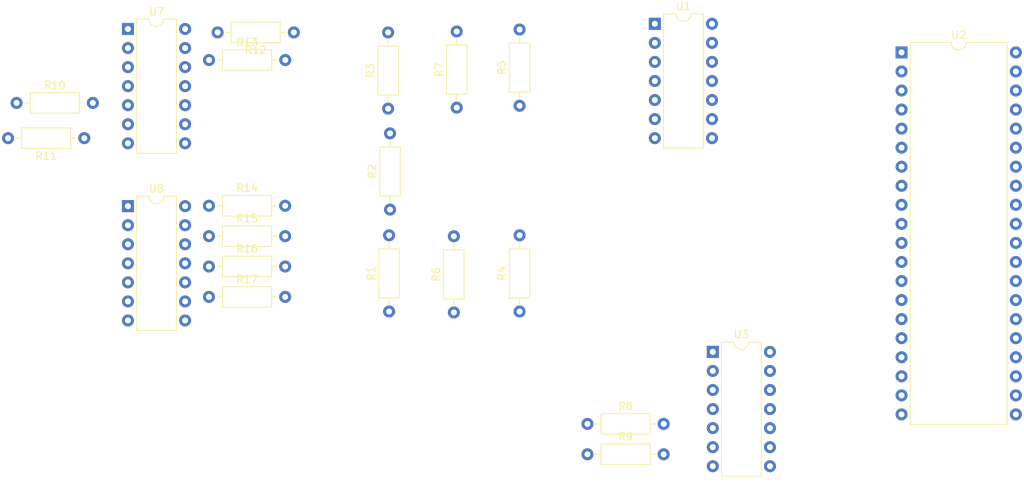
<source format=kicad_pcb>
(kicad_pcb (version 20171130) (host pcbnew "(5.1.0-rc2-4-g73f0b3087)")

  (general
    (thickness 1.6)
    (drawings 0)
    (tracks 0)
    (zones 0)
    (modules 22)
    (nets 54)
  )

  (page A4)
  (layers
    (0 F.Cu signal)
    (31 B.Cu signal)
    (32 B.Adhes user)
    (33 F.Adhes user)
    (34 B.Paste user)
    (35 F.Paste user)
    (36 B.SilkS user)
    (37 F.SilkS user)
    (38 B.Mask user)
    (39 F.Mask user)
    (40 Dwgs.User user)
    (41 Cmts.User user)
    (42 Eco1.User user)
    (43 Eco2.User user)
    (44 Edge.Cuts user)
    (45 Margin user)
    (46 B.CrtYd user)
    (47 F.CrtYd user)
    (48 B.Fab user)
    (49 F.Fab user)
  )

  (setup
    (last_trace_width 0.25)
    (trace_clearance 0.2)
    (zone_clearance 0.508)
    (zone_45_only no)
    (trace_min 0.2)
    (via_size 0.8)
    (via_drill 0.4)
    (via_min_size 0.4)
    (via_min_drill 0.3)
    (uvia_size 0.3)
    (uvia_drill 0.1)
    (uvias_allowed no)
    (uvia_min_size 0.2)
    (uvia_min_drill 0.1)
    (edge_width 0.15)
    (segment_width 0.2)
    (pcb_text_width 0.3)
    (pcb_text_size 1.5 1.5)
    (mod_edge_width 0.15)
    (mod_text_size 1 1)
    (mod_text_width 0.15)
    (pad_size 1.524 1.524)
    (pad_drill 0.762)
    (pad_to_mask_clearance 0.2)
    (aux_axis_origin 0 0)
    (visible_elements 7FFFFFFF)
    (pcbplotparams
      (layerselection 0x010fc_ffffffff)
      (usegerberextensions false)
      (usegerberattributes false)
      (usegerberadvancedattributes false)
      (creategerberjobfile false)
      (excludeedgelayer true)
      (linewidth 0.100000)
      (plotframeref false)
      (viasonmask false)
      (mode 1)
      (useauxorigin false)
      (hpglpennumber 1)
      (hpglpenspeed 20)
      (hpglpendiameter 15.000000)
      (psnegative false)
      (psa4output false)
      (plotreference true)
      (plotvalue true)
      (plotinvisibletext false)
      (padsonsilk false)
      (subtractmaskfromsilk false)
      (outputformat 1)
      (mirror false)
      (drillshape 1)
      (scaleselection 1)
      (outputdirectory ""))
  )

  (net 0 "")
  (net 1 +5V)
  (net 2 "Net-(R1-Pad2)")
  (net 3 "Net-(R2-Pad2)")
  (net 4 GND)
  (net 5 "Net-(R4-Pad2)")
  (net 6 "Net-(R6-Pad2)")
  (net 7 "Net-(U1-Pad1)")
  (net 8 /Level1/out_level_1)
  (net 9 "Net-(U1-Pad6)")
  (net 10 /Level1/out_level_2)
  (net 11 "Net-(U2-Pad1)")
  (net 12 "Net-(U2-Pad21)")
  (net 13 "Net-(U2-Pad22)")
  (net 14 "Net-(U2-Pad23)")
  (net 15 "Net-(U2-Pad24)")
  (net 16 "Net-(U2-Pad25)")
  (net 17 "Net-(U2-Pad6)")
  (net 18 "Net-(U2-Pad26)")
  (net 19 "Net-(U2-Pad7)")
  (net 20 "Net-(U2-Pad27)")
  (net 21 "Net-(U2-Pad8)")
  (net 22 "Net-(U2-Pad28)")
  (net 23 "Net-(U2-Pad9)")
  (net 24 "Net-(U2-Pad29)")
  (net 25 "Net-(U2-Pad10)")
  (net 26 "Net-(U2-Pad30)")
  (net 27 "Net-(U2-Pad13)")
  (net 28 "Net-(U2-Pad33)")
  (net 29 "Net-(U2-Pad14)")
  (net 30 "Net-(U2-Pad34)")
  (net 31 "Net-(U2-Pad15)")
  (net 32 "Net-(U2-Pad35)")
  (net 33 "Net-(U2-Pad16)")
  (net 34 "Net-(U2-Pad36)")
  (net 35 "Net-(U2-Pad17)")
  (net 36 "Net-(U2-Pad37)")
  (net 37 "Net-(U2-Pad18)")
  (net 38 "Net-(U2-Pad38)")
  (net 39 "Net-(U2-Pad19)")
  (net 40 "Net-(U2-Pad39)")
  (net 41 "Net-(U2-Pad20)")
  (net 42 "Net-(U2-Pad40)")
  (net 43 "Net-(R8-Pad2)")
  (net 44 /Level1/Level2b/out_level_2)
  (net 45 "Net-(U3-Pad3)")
  (net 46 "Net-(U3-Pad2)")
  (net 47 "Net-(U3-Pad1)")
  (net 48 "Net-(R10-Pad2)")
  (net 49 "Net-(R12-Pad2)")
  (net 50 "Net-(R14-Pad2)")
  (net 51 "Net-(R16-Pad2)")
  (net 52 /Level1/Level3a/out_level_2)
  (net 53 /Level1/Level3b/out_level_2)

  (net_class Default "This is the default net class."
    (clearance 0.2)
    (trace_width 0.25)
    (via_dia 0.8)
    (via_drill 0.4)
    (uvia_dia 0.3)
    (uvia_drill 0.1)
    (add_net +5V)
    (add_net /Level1/Level2b/out_level_2)
    (add_net /Level1/Level3a/out_level_2)
    (add_net /Level1/Level3b/out_level_2)
    (add_net /Level1/out_level_1)
    (add_net /Level1/out_level_2)
    (add_net GND)
    (add_net "Net-(R1-Pad2)")
    (add_net "Net-(R10-Pad2)")
    (add_net "Net-(R12-Pad2)")
    (add_net "Net-(R14-Pad2)")
    (add_net "Net-(R16-Pad2)")
    (add_net "Net-(R2-Pad2)")
    (add_net "Net-(R4-Pad2)")
    (add_net "Net-(R6-Pad2)")
    (add_net "Net-(R8-Pad2)")
    (add_net "Net-(U1-Pad1)")
    (add_net "Net-(U1-Pad6)")
    (add_net "Net-(U2-Pad1)")
    (add_net "Net-(U2-Pad10)")
    (add_net "Net-(U2-Pad13)")
    (add_net "Net-(U2-Pad14)")
    (add_net "Net-(U2-Pad15)")
    (add_net "Net-(U2-Pad16)")
    (add_net "Net-(U2-Pad17)")
    (add_net "Net-(U2-Pad18)")
    (add_net "Net-(U2-Pad19)")
    (add_net "Net-(U2-Pad20)")
    (add_net "Net-(U2-Pad21)")
    (add_net "Net-(U2-Pad22)")
    (add_net "Net-(U2-Pad23)")
    (add_net "Net-(U2-Pad24)")
    (add_net "Net-(U2-Pad25)")
    (add_net "Net-(U2-Pad26)")
    (add_net "Net-(U2-Pad27)")
    (add_net "Net-(U2-Pad28)")
    (add_net "Net-(U2-Pad29)")
    (add_net "Net-(U2-Pad30)")
    (add_net "Net-(U2-Pad33)")
    (add_net "Net-(U2-Pad34)")
    (add_net "Net-(U2-Pad35)")
    (add_net "Net-(U2-Pad36)")
    (add_net "Net-(U2-Pad37)")
    (add_net "Net-(U2-Pad38)")
    (add_net "Net-(U2-Pad39)")
    (add_net "Net-(U2-Pad40)")
    (add_net "Net-(U2-Pad6)")
    (add_net "Net-(U2-Pad7)")
    (add_net "Net-(U2-Pad8)")
    (add_net "Net-(U2-Pad9)")
    (add_net "Net-(U3-Pad1)")
    (add_net "Net-(U3-Pad2)")
    (add_net "Net-(U3-Pad3)")
  )

  (module Package_DIP:DIP-14_W7.62mm (layer F.Cu) (tedit 5A02E8C5) (tstamp 5CB5356D)
    (at 35.923001 76.122001)
    (descr "14-lead though-hole mounted DIP package, row spacing 7.62 mm (300 mils)")
    (tags "THT DIP DIL PDIP 2.54mm 7.62mm 300mil")
    (path /5B2A1286/5CB51184/5CB4FA1A)
    (fp_text reference U8 (at 3.81 -2.33) (layer F.SilkS)
      (effects (font (size 1 1) (thickness 0.15)))
    )
    (fp_text value LM324 (at 3.81 17.57) (layer F.Fab)
      (effects (font (size 1 1) (thickness 0.15)))
    )
    (fp_text user %R (at 3.81 7.62) (layer F.Fab)
      (effects (font (size 1 1) (thickness 0.15)))
    )
    (fp_line (start 8.7 -1.55) (end -1.1 -1.55) (layer F.CrtYd) (width 0.05))
    (fp_line (start 8.7 16.8) (end 8.7 -1.55) (layer F.CrtYd) (width 0.05))
    (fp_line (start -1.1 16.8) (end 8.7 16.8) (layer F.CrtYd) (width 0.05))
    (fp_line (start -1.1 -1.55) (end -1.1 16.8) (layer F.CrtYd) (width 0.05))
    (fp_line (start 6.46 -1.33) (end 4.81 -1.33) (layer F.SilkS) (width 0.12))
    (fp_line (start 6.46 16.57) (end 6.46 -1.33) (layer F.SilkS) (width 0.12))
    (fp_line (start 1.16 16.57) (end 6.46 16.57) (layer F.SilkS) (width 0.12))
    (fp_line (start 1.16 -1.33) (end 1.16 16.57) (layer F.SilkS) (width 0.12))
    (fp_line (start 2.81 -1.33) (end 1.16 -1.33) (layer F.SilkS) (width 0.12))
    (fp_line (start 0.635 -0.27) (end 1.635 -1.27) (layer F.Fab) (width 0.1))
    (fp_line (start 0.635 16.51) (end 0.635 -0.27) (layer F.Fab) (width 0.1))
    (fp_line (start 6.985 16.51) (end 0.635 16.51) (layer F.Fab) (width 0.1))
    (fp_line (start 6.985 -1.27) (end 6.985 16.51) (layer F.Fab) (width 0.1))
    (fp_line (start 1.635 -1.27) (end 6.985 -1.27) (layer F.Fab) (width 0.1))
    (fp_arc (start 3.81 -1.33) (end 2.81 -1.33) (angle -180) (layer F.SilkS) (width 0.12))
    (pad 14 thru_hole oval (at 7.62 0) (size 1.6 1.6) (drill 0.8) (layers *.Cu *.Mask)
      (net 53 /Level1/Level3b/out_level_2))
    (pad 7 thru_hole oval (at 0 15.24) (size 1.6 1.6) (drill 0.8) (layers *.Cu *.Mask)
      (net 53 /Level1/Level3b/out_level_2))
    (pad 13 thru_hole oval (at 7.62 2.54) (size 1.6 1.6) (drill 0.8) (layers *.Cu *.Mask)
      (net 53 /Level1/Level3b/out_level_2))
    (pad 6 thru_hole oval (at 0 12.7) (size 1.6 1.6) (drill 0.8) (layers *.Cu *.Mask)
      (net 53 /Level1/Level3b/out_level_2))
    (pad 12 thru_hole oval (at 7.62 5.08) (size 1.6 1.6) (drill 0.8) (layers *.Cu *.Mask)
      (net 51 "Net-(R16-Pad2)"))
    (pad 5 thru_hole oval (at 0 10.16) (size 1.6 1.6) (drill 0.8) (layers *.Cu *.Mask)
      (net 50 "Net-(R14-Pad2)"))
    (pad 11 thru_hole oval (at 7.62 7.62) (size 1.6 1.6) (drill 0.8) (layers *.Cu *.Mask))
    (pad 4 thru_hole oval (at 0 7.62) (size 1.6 1.6) (drill 0.8) (layers *.Cu *.Mask))
    (pad 10 thru_hole oval (at 7.62 10.16) (size 1.6 1.6) (drill 0.8) (layers *.Cu *.Mask))
    (pad 3 thru_hole oval (at 0 5.08) (size 1.6 1.6) (drill 0.8) (layers *.Cu *.Mask))
    (pad 9 thru_hole oval (at 7.62 12.7) (size 1.6 1.6) (drill 0.8) (layers *.Cu *.Mask))
    (pad 2 thru_hole oval (at 0 2.54) (size 1.6 1.6) (drill 0.8) (layers *.Cu *.Mask))
    (pad 8 thru_hole oval (at 7.62 15.24) (size 1.6 1.6) (drill 0.8) (layers *.Cu *.Mask))
    (pad 1 thru_hole rect (at 0 0) (size 1.6 1.6) (drill 0.8) (layers *.Cu *.Mask))
    (model ${KISYS3DMOD}/Package_DIP.3dshapes/DIP-14_W7.62mm.wrl
      (at (xyz 0 0 0))
      (scale (xyz 1 1 1))
      (rotate (xyz 0 0 0))
    )
  )

  (module Package_DIP:DIP-14_W7.62mm (layer F.Cu) (tedit 5A02E8C5) (tstamp 5CB5354B)
    (at 35.923001 52.502001)
    (descr "14-lead though-hole mounted DIP package, row spacing 7.62 mm (300 mils)")
    (tags "THT DIP DIL PDIP 2.54mm 7.62mm 300mil")
    (path /5B2A1286/5CB4DE53/5CB4FA1A)
    (fp_text reference U7 (at 3.81 -2.33) (layer F.SilkS)
      (effects (font (size 1 1) (thickness 0.15)))
    )
    (fp_text value LM324 (at 3.81 17.57) (layer F.Fab)
      (effects (font (size 1 1) (thickness 0.15)))
    )
    (fp_text user %R (at 3.81 7.62) (layer F.Fab)
      (effects (font (size 1 1) (thickness 0.15)))
    )
    (fp_line (start 8.7 -1.55) (end -1.1 -1.55) (layer F.CrtYd) (width 0.05))
    (fp_line (start 8.7 16.8) (end 8.7 -1.55) (layer F.CrtYd) (width 0.05))
    (fp_line (start -1.1 16.8) (end 8.7 16.8) (layer F.CrtYd) (width 0.05))
    (fp_line (start -1.1 -1.55) (end -1.1 16.8) (layer F.CrtYd) (width 0.05))
    (fp_line (start 6.46 -1.33) (end 4.81 -1.33) (layer F.SilkS) (width 0.12))
    (fp_line (start 6.46 16.57) (end 6.46 -1.33) (layer F.SilkS) (width 0.12))
    (fp_line (start 1.16 16.57) (end 6.46 16.57) (layer F.SilkS) (width 0.12))
    (fp_line (start 1.16 -1.33) (end 1.16 16.57) (layer F.SilkS) (width 0.12))
    (fp_line (start 2.81 -1.33) (end 1.16 -1.33) (layer F.SilkS) (width 0.12))
    (fp_line (start 0.635 -0.27) (end 1.635 -1.27) (layer F.Fab) (width 0.1))
    (fp_line (start 0.635 16.51) (end 0.635 -0.27) (layer F.Fab) (width 0.1))
    (fp_line (start 6.985 16.51) (end 0.635 16.51) (layer F.Fab) (width 0.1))
    (fp_line (start 6.985 -1.27) (end 6.985 16.51) (layer F.Fab) (width 0.1))
    (fp_line (start 1.635 -1.27) (end 6.985 -1.27) (layer F.Fab) (width 0.1))
    (fp_arc (start 3.81 -1.33) (end 2.81 -1.33) (angle -180) (layer F.SilkS) (width 0.12))
    (pad 14 thru_hole oval (at 7.62 0) (size 1.6 1.6) (drill 0.8) (layers *.Cu *.Mask)
      (net 52 /Level1/Level3a/out_level_2))
    (pad 7 thru_hole oval (at 0 15.24) (size 1.6 1.6) (drill 0.8) (layers *.Cu *.Mask)
      (net 52 /Level1/Level3a/out_level_2))
    (pad 13 thru_hole oval (at 7.62 2.54) (size 1.6 1.6) (drill 0.8) (layers *.Cu *.Mask)
      (net 52 /Level1/Level3a/out_level_2))
    (pad 6 thru_hole oval (at 0 12.7) (size 1.6 1.6) (drill 0.8) (layers *.Cu *.Mask)
      (net 52 /Level1/Level3a/out_level_2))
    (pad 12 thru_hole oval (at 7.62 5.08) (size 1.6 1.6) (drill 0.8) (layers *.Cu *.Mask)
      (net 49 "Net-(R12-Pad2)"))
    (pad 5 thru_hole oval (at 0 10.16) (size 1.6 1.6) (drill 0.8) (layers *.Cu *.Mask)
      (net 48 "Net-(R10-Pad2)"))
    (pad 11 thru_hole oval (at 7.62 7.62) (size 1.6 1.6) (drill 0.8) (layers *.Cu *.Mask))
    (pad 4 thru_hole oval (at 0 7.62) (size 1.6 1.6) (drill 0.8) (layers *.Cu *.Mask))
    (pad 10 thru_hole oval (at 7.62 10.16) (size 1.6 1.6) (drill 0.8) (layers *.Cu *.Mask))
    (pad 3 thru_hole oval (at 0 5.08) (size 1.6 1.6) (drill 0.8) (layers *.Cu *.Mask))
    (pad 9 thru_hole oval (at 7.62 12.7) (size 1.6 1.6) (drill 0.8) (layers *.Cu *.Mask))
    (pad 2 thru_hole oval (at 0 2.54) (size 1.6 1.6) (drill 0.8) (layers *.Cu *.Mask))
    (pad 8 thru_hole oval (at 7.62 15.24) (size 1.6 1.6) (drill 0.8) (layers *.Cu *.Mask))
    (pad 1 thru_hole rect (at 0 0) (size 1.6 1.6) (drill 0.8) (layers *.Cu *.Mask))
    (model ${KISYS3DMOD}/Package_DIP.3dshapes/DIP-14_W7.62mm.wrl
      (at (xyz 0 0 0))
      (scale (xyz 1 1 1))
      (rotate (xyz 0 0 0))
    )
  )

  (module Resistor_THT:R_Axial_DIN0207_L6.3mm_D2.5mm_P10.16mm_Horizontal (layer F.Cu) (tedit 5AE5139B) (tstamp 5CB5342F)
    (at 46.723001 88.222001)
    (descr "Resistor, Axial_DIN0207 series, Axial, Horizontal, pin pitch=10.16mm, 0.25W = 1/4W, length*diameter=6.3*2.5mm^2, http://cdn-reichelt.de/documents/datenblatt/B400/1_4W%23YAG.pdf")
    (tags "Resistor Axial_DIN0207 series Axial Horizontal pin pitch 10.16mm 0.25W = 1/4W length 6.3mm diameter 2.5mm")
    (path /5B2A1286/5CB51184/5CB4FA26)
    (fp_text reference R17 (at 5.08 -2.37) (layer F.SilkS)
      (effects (font (size 1 1) (thickness 0.15)))
    )
    (fp_text value R (at 5.08 2.37) (layer F.Fab)
      (effects (font (size 1 1) (thickness 0.15)))
    )
    (fp_text user %R (at 5.08 0) (layer F.Fab)
      (effects (font (size 1 1) (thickness 0.15)))
    )
    (fp_line (start 11.21 -1.5) (end -1.05 -1.5) (layer F.CrtYd) (width 0.05))
    (fp_line (start 11.21 1.5) (end 11.21 -1.5) (layer F.CrtYd) (width 0.05))
    (fp_line (start -1.05 1.5) (end 11.21 1.5) (layer F.CrtYd) (width 0.05))
    (fp_line (start -1.05 -1.5) (end -1.05 1.5) (layer F.CrtYd) (width 0.05))
    (fp_line (start 9.12 0) (end 8.35 0) (layer F.SilkS) (width 0.12))
    (fp_line (start 1.04 0) (end 1.81 0) (layer F.SilkS) (width 0.12))
    (fp_line (start 8.35 -1.37) (end 1.81 -1.37) (layer F.SilkS) (width 0.12))
    (fp_line (start 8.35 1.37) (end 8.35 -1.37) (layer F.SilkS) (width 0.12))
    (fp_line (start 1.81 1.37) (end 8.35 1.37) (layer F.SilkS) (width 0.12))
    (fp_line (start 1.81 -1.37) (end 1.81 1.37) (layer F.SilkS) (width 0.12))
    (fp_line (start 10.16 0) (end 8.23 0) (layer F.Fab) (width 0.1))
    (fp_line (start 0 0) (end 1.93 0) (layer F.Fab) (width 0.1))
    (fp_line (start 8.23 -1.25) (end 1.93 -1.25) (layer F.Fab) (width 0.1))
    (fp_line (start 8.23 1.25) (end 8.23 -1.25) (layer F.Fab) (width 0.1))
    (fp_line (start 1.93 1.25) (end 8.23 1.25) (layer F.Fab) (width 0.1))
    (fp_line (start 1.93 -1.25) (end 1.93 1.25) (layer F.Fab) (width 0.1))
    (pad 2 thru_hole oval (at 10.16 0) (size 1.6 1.6) (drill 0.8) (layers *.Cu *.Mask)
      (net 4 GND))
    (pad 1 thru_hole circle (at 0 0) (size 1.6 1.6) (drill 0.8) (layers *.Cu *.Mask)
      (net 51 "Net-(R16-Pad2)"))
    (model ${KISYS3DMOD}/Resistor_THT.3dshapes/R_Axial_DIN0207_L6.3mm_D2.5mm_P10.16mm_Horizontal.wrl
      (at (xyz 0 0 0))
      (scale (xyz 1 1 1))
      (rotate (xyz 0 0 0))
    )
  )

  (module Resistor_THT:R_Axial_DIN0207_L6.3mm_D2.5mm_P10.16mm_Horizontal (layer F.Cu) (tedit 5AE5139B) (tstamp 5CB53418)
    (at 46.723001 84.172001)
    (descr "Resistor, Axial_DIN0207 series, Axial, Horizontal, pin pitch=10.16mm, 0.25W = 1/4W, length*diameter=6.3*2.5mm^2, http://cdn-reichelt.de/documents/datenblatt/B400/1_4W%23YAG.pdf")
    (tags "Resistor Axial_DIN0207 series Axial Horizontal pin pitch 10.16mm 0.25W = 1/4W length 6.3mm diameter 2.5mm")
    (path /5B2A1286/5CB51184/5CB4FA20)
    (fp_text reference R16 (at 5.08 -2.37) (layer F.SilkS)
      (effects (font (size 1 1) (thickness 0.15)))
    )
    (fp_text value R (at 5.08 2.37) (layer F.Fab)
      (effects (font (size 1 1) (thickness 0.15)))
    )
    (fp_text user %R (at 5.08 0) (layer F.Fab)
      (effects (font (size 1 1) (thickness 0.15)))
    )
    (fp_line (start 11.21 -1.5) (end -1.05 -1.5) (layer F.CrtYd) (width 0.05))
    (fp_line (start 11.21 1.5) (end 11.21 -1.5) (layer F.CrtYd) (width 0.05))
    (fp_line (start -1.05 1.5) (end 11.21 1.5) (layer F.CrtYd) (width 0.05))
    (fp_line (start -1.05 -1.5) (end -1.05 1.5) (layer F.CrtYd) (width 0.05))
    (fp_line (start 9.12 0) (end 8.35 0) (layer F.SilkS) (width 0.12))
    (fp_line (start 1.04 0) (end 1.81 0) (layer F.SilkS) (width 0.12))
    (fp_line (start 8.35 -1.37) (end 1.81 -1.37) (layer F.SilkS) (width 0.12))
    (fp_line (start 8.35 1.37) (end 8.35 -1.37) (layer F.SilkS) (width 0.12))
    (fp_line (start 1.81 1.37) (end 8.35 1.37) (layer F.SilkS) (width 0.12))
    (fp_line (start 1.81 -1.37) (end 1.81 1.37) (layer F.SilkS) (width 0.12))
    (fp_line (start 10.16 0) (end 8.23 0) (layer F.Fab) (width 0.1))
    (fp_line (start 0 0) (end 1.93 0) (layer F.Fab) (width 0.1))
    (fp_line (start 8.23 -1.25) (end 1.93 -1.25) (layer F.Fab) (width 0.1))
    (fp_line (start 8.23 1.25) (end 8.23 -1.25) (layer F.Fab) (width 0.1))
    (fp_line (start 1.93 1.25) (end 8.23 1.25) (layer F.Fab) (width 0.1))
    (fp_line (start 1.93 -1.25) (end 1.93 1.25) (layer F.Fab) (width 0.1))
    (pad 2 thru_hole oval (at 10.16 0) (size 1.6 1.6) (drill 0.8) (layers *.Cu *.Mask)
      (net 51 "Net-(R16-Pad2)"))
    (pad 1 thru_hole circle (at 0 0) (size 1.6 1.6) (drill 0.8) (layers *.Cu *.Mask)
      (net 1 +5V))
    (model ${KISYS3DMOD}/Resistor_THT.3dshapes/R_Axial_DIN0207_L6.3mm_D2.5mm_P10.16mm_Horizontal.wrl
      (at (xyz 0 0 0))
      (scale (xyz 1 1 1))
      (rotate (xyz 0 0 0))
    )
  )

  (module Resistor_THT:R_Axial_DIN0207_L6.3mm_D2.5mm_P10.16mm_Horizontal (layer F.Cu) (tedit 5AE5139B) (tstamp 5CB53401)
    (at 46.723001 80.122001)
    (descr "Resistor, Axial_DIN0207 series, Axial, Horizontal, pin pitch=10.16mm, 0.25W = 1/4W, length*diameter=6.3*2.5mm^2, http://cdn-reichelt.de/documents/datenblatt/B400/1_4W%23YAG.pdf")
    (tags "Resistor Axial_DIN0207 series Axial Horizontal pin pitch 10.16mm 0.25W = 1/4W length 6.3mm diameter 2.5mm")
    (path /5B2A1286/5CB51184/5CB4F092)
    (fp_text reference R15 (at 5.08 -2.37) (layer F.SilkS)
      (effects (font (size 1 1) (thickness 0.15)))
    )
    (fp_text value R (at 5.08 2.37) (layer F.Fab)
      (effects (font (size 1 1) (thickness 0.15)))
    )
    (fp_text user %R (at 5.08 0) (layer F.Fab)
      (effects (font (size 1 1) (thickness 0.15)))
    )
    (fp_line (start 11.21 -1.5) (end -1.05 -1.5) (layer F.CrtYd) (width 0.05))
    (fp_line (start 11.21 1.5) (end 11.21 -1.5) (layer F.CrtYd) (width 0.05))
    (fp_line (start -1.05 1.5) (end 11.21 1.5) (layer F.CrtYd) (width 0.05))
    (fp_line (start -1.05 -1.5) (end -1.05 1.5) (layer F.CrtYd) (width 0.05))
    (fp_line (start 9.12 0) (end 8.35 0) (layer F.SilkS) (width 0.12))
    (fp_line (start 1.04 0) (end 1.81 0) (layer F.SilkS) (width 0.12))
    (fp_line (start 8.35 -1.37) (end 1.81 -1.37) (layer F.SilkS) (width 0.12))
    (fp_line (start 8.35 1.37) (end 8.35 -1.37) (layer F.SilkS) (width 0.12))
    (fp_line (start 1.81 1.37) (end 8.35 1.37) (layer F.SilkS) (width 0.12))
    (fp_line (start 1.81 -1.37) (end 1.81 1.37) (layer F.SilkS) (width 0.12))
    (fp_line (start 10.16 0) (end 8.23 0) (layer F.Fab) (width 0.1))
    (fp_line (start 0 0) (end 1.93 0) (layer F.Fab) (width 0.1))
    (fp_line (start 8.23 -1.25) (end 1.93 -1.25) (layer F.Fab) (width 0.1))
    (fp_line (start 8.23 1.25) (end 8.23 -1.25) (layer F.Fab) (width 0.1))
    (fp_line (start 1.93 1.25) (end 8.23 1.25) (layer F.Fab) (width 0.1))
    (fp_line (start 1.93 -1.25) (end 1.93 1.25) (layer F.Fab) (width 0.1))
    (pad 2 thru_hole oval (at 10.16 0) (size 1.6 1.6) (drill 0.8) (layers *.Cu *.Mask)
      (net 4 GND))
    (pad 1 thru_hole circle (at 0 0) (size 1.6 1.6) (drill 0.8) (layers *.Cu *.Mask)
      (net 50 "Net-(R14-Pad2)"))
    (model ${KISYS3DMOD}/Resistor_THT.3dshapes/R_Axial_DIN0207_L6.3mm_D2.5mm_P10.16mm_Horizontal.wrl
      (at (xyz 0 0 0))
      (scale (xyz 1 1 1))
      (rotate (xyz 0 0 0))
    )
  )

  (module Resistor_THT:R_Axial_DIN0207_L6.3mm_D2.5mm_P10.16mm_Horizontal (layer F.Cu) (tedit 5AE5139B) (tstamp 5CB533EA)
    (at 46.723001 76.072001)
    (descr "Resistor, Axial_DIN0207 series, Axial, Horizontal, pin pitch=10.16mm, 0.25W = 1/4W, length*diameter=6.3*2.5mm^2, http://cdn-reichelt.de/documents/datenblatt/B400/1_4W%23YAG.pdf")
    (tags "Resistor Axial_DIN0207 series Axial Horizontal pin pitch 10.16mm 0.25W = 1/4W length 6.3mm diameter 2.5mm")
    (path /5B2A1286/5CB51184/5CB4F08C)
    (fp_text reference R14 (at 5.08 -2.37) (layer F.SilkS)
      (effects (font (size 1 1) (thickness 0.15)))
    )
    (fp_text value R (at 5.08 2.37) (layer F.Fab)
      (effects (font (size 1 1) (thickness 0.15)))
    )
    (fp_text user %R (at 5.08 0) (layer F.Fab)
      (effects (font (size 1 1) (thickness 0.15)))
    )
    (fp_line (start 11.21 -1.5) (end -1.05 -1.5) (layer F.CrtYd) (width 0.05))
    (fp_line (start 11.21 1.5) (end 11.21 -1.5) (layer F.CrtYd) (width 0.05))
    (fp_line (start -1.05 1.5) (end 11.21 1.5) (layer F.CrtYd) (width 0.05))
    (fp_line (start -1.05 -1.5) (end -1.05 1.5) (layer F.CrtYd) (width 0.05))
    (fp_line (start 9.12 0) (end 8.35 0) (layer F.SilkS) (width 0.12))
    (fp_line (start 1.04 0) (end 1.81 0) (layer F.SilkS) (width 0.12))
    (fp_line (start 8.35 -1.37) (end 1.81 -1.37) (layer F.SilkS) (width 0.12))
    (fp_line (start 8.35 1.37) (end 8.35 -1.37) (layer F.SilkS) (width 0.12))
    (fp_line (start 1.81 1.37) (end 8.35 1.37) (layer F.SilkS) (width 0.12))
    (fp_line (start 1.81 -1.37) (end 1.81 1.37) (layer F.SilkS) (width 0.12))
    (fp_line (start 10.16 0) (end 8.23 0) (layer F.Fab) (width 0.1))
    (fp_line (start 0 0) (end 1.93 0) (layer F.Fab) (width 0.1))
    (fp_line (start 8.23 -1.25) (end 1.93 -1.25) (layer F.Fab) (width 0.1))
    (fp_line (start 8.23 1.25) (end 8.23 -1.25) (layer F.Fab) (width 0.1))
    (fp_line (start 1.93 1.25) (end 8.23 1.25) (layer F.Fab) (width 0.1))
    (fp_line (start 1.93 -1.25) (end 1.93 1.25) (layer F.Fab) (width 0.1))
    (pad 2 thru_hole oval (at 10.16 0) (size 1.6 1.6) (drill 0.8) (layers *.Cu *.Mask)
      (net 50 "Net-(R14-Pad2)"))
    (pad 1 thru_hole circle (at 0 0) (size 1.6 1.6) (drill 0.8) (layers *.Cu *.Mask)
      (net 1 +5V))
    (model ${KISYS3DMOD}/Resistor_THT.3dshapes/R_Axial_DIN0207_L6.3mm_D2.5mm_P10.16mm_Horizontal.wrl
      (at (xyz 0 0 0))
      (scale (xyz 1 1 1))
      (rotate (xyz 0 0 0))
    )
  )

  (module Resistor_THT:R_Axial_DIN0207_L6.3mm_D2.5mm_P10.16mm_Horizontal (layer F.Cu) (tedit 5AE5139B) (tstamp 5CB533D3)
    (at 46.736 56.642)
    (descr "Resistor, Axial_DIN0207 series, Axial, Horizontal, pin pitch=10.16mm, 0.25W = 1/4W, length*diameter=6.3*2.5mm^2, http://cdn-reichelt.de/documents/datenblatt/B400/1_4W%23YAG.pdf")
    (tags "Resistor Axial_DIN0207 series Axial Horizontal pin pitch 10.16mm 0.25W = 1/4W length 6.3mm diameter 2.5mm")
    (path /5B2A1286/5CB4DE53/5CB4FA26)
    (fp_text reference R13 (at 5.08 -2.37) (layer F.SilkS)
      (effects (font (size 1 1) (thickness 0.15)))
    )
    (fp_text value R (at 5.08 2.37) (layer F.Fab)
      (effects (font (size 1 1) (thickness 0.15)))
    )
    (fp_text user %R (at 5.08 0) (layer F.Fab)
      (effects (font (size 1 1) (thickness 0.15)))
    )
    (fp_line (start 11.21 -1.5) (end -1.05 -1.5) (layer F.CrtYd) (width 0.05))
    (fp_line (start 11.21 1.5) (end 11.21 -1.5) (layer F.CrtYd) (width 0.05))
    (fp_line (start -1.05 1.5) (end 11.21 1.5) (layer F.CrtYd) (width 0.05))
    (fp_line (start -1.05 -1.5) (end -1.05 1.5) (layer F.CrtYd) (width 0.05))
    (fp_line (start 9.12 0) (end 8.35 0) (layer F.SilkS) (width 0.12))
    (fp_line (start 1.04 0) (end 1.81 0) (layer F.SilkS) (width 0.12))
    (fp_line (start 8.35 -1.37) (end 1.81 -1.37) (layer F.SilkS) (width 0.12))
    (fp_line (start 8.35 1.37) (end 8.35 -1.37) (layer F.SilkS) (width 0.12))
    (fp_line (start 1.81 1.37) (end 8.35 1.37) (layer F.SilkS) (width 0.12))
    (fp_line (start 1.81 -1.37) (end 1.81 1.37) (layer F.SilkS) (width 0.12))
    (fp_line (start 10.16 0) (end 8.23 0) (layer F.Fab) (width 0.1))
    (fp_line (start 0 0) (end 1.93 0) (layer F.Fab) (width 0.1))
    (fp_line (start 8.23 -1.25) (end 1.93 -1.25) (layer F.Fab) (width 0.1))
    (fp_line (start 8.23 1.25) (end 8.23 -1.25) (layer F.Fab) (width 0.1))
    (fp_line (start 1.93 1.25) (end 8.23 1.25) (layer F.Fab) (width 0.1))
    (fp_line (start 1.93 -1.25) (end 1.93 1.25) (layer F.Fab) (width 0.1))
    (pad 2 thru_hole oval (at 10.16 0) (size 1.6 1.6) (drill 0.8) (layers *.Cu *.Mask)
      (net 4 GND))
    (pad 1 thru_hole circle (at 0 0) (size 1.6 1.6) (drill 0.8) (layers *.Cu *.Mask)
      (net 49 "Net-(R12-Pad2)"))
    (model ${KISYS3DMOD}/Resistor_THT.3dshapes/R_Axial_DIN0207_L6.3mm_D2.5mm_P10.16mm_Horizontal.wrl
      (at (xyz 0 0 0))
      (scale (xyz 1 1 1))
      (rotate (xyz 0 0 0))
    )
  )

  (module Resistor_THT:R_Axial_DIN0207_L6.3mm_D2.5mm_P10.16mm_Horizontal (layer F.Cu) (tedit 5AE5139B) (tstamp 5CB533BC)
    (at 58.039 52.959 180)
    (descr "Resistor, Axial_DIN0207 series, Axial, Horizontal, pin pitch=10.16mm, 0.25W = 1/4W, length*diameter=6.3*2.5mm^2, http://cdn-reichelt.de/documents/datenblatt/B400/1_4W%23YAG.pdf")
    (tags "Resistor Axial_DIN0207 series Axial Horizontal pin pitch 10.16mm 0.25W = 1/4W length 6.3mm diameter 2.5mm")
    (path /5B2A1286/5CB4DE53/5CB4FA20)
    (fp_text reference R12 (at 5.08 -2.37 180) (layer F.SilkS)
      (effects (font (size 1 1) (thickness 0.15)))
    )
    (fp_text value R (at 5.08 2.37 180) (layer F.Fab)
      (effects (font (size 1 1) (thickness 0.15)))
    )
    (fp_text user %R (at 5.08 0 180) (layer F.Fab)
      (effects (font (size 1 1) (thickness 0.15)))
    )
    (fp_line (start 11.21 -1.5) (end -1.05 -1.5) (layer F.CrtYd) (width 0.05))
    (fp_line (start 11.21 1.5) (end 11.21 -1.5) (layer F.CrtYd) (width 0.05))
    (fp_line (start -1.05 1.5) (end 11.21 1.5) (layer F.CrtYd) (width 0.05))
    (fp_line (start -1.05 -1.5) (end -1.05 1.5) (layer F.CrtYd) (width 0.05))
    (fp_line (start 9.12 0) (end 8.35 0) (layer F.SilkS) (width 0.12))
    (fp_line (start 1.04 0) (end 1.81 0) (layer F.SilkS) (width 0.12))
    (fp_line (start 8.35 -1.37) (end 1.81 -1.37) (layer F.SilkS) (width 0.12))
    (fp_line (start 8.35 1.37) (end 8.35 -1.37) (layer F.SilkS) (width 0.12))
    (fp_line (start 1.81 1.37) (end 8.35 1.37) (layer F.SilkS) (width 0.12))
    (fp_line (start 1.81 -1.37) (end 1.81 1.37) (layer F.SilkS) (width 0.12))
    (fp_line (start 10.16 0) (end 8.23 0) (layer F.Fab) (width 0.1))
    (fp_line (start 0 0) (end 1.93 0) (layer F.Fab) (width 0.1))
    (fp_line (start 8.23 -1.25) (end 1.93 -1.25) (layer F.Fab) (width 0.1))
    (fp_line (start 8.23 1.25) (end 8.23 -1.25) (layer F.Fab) (width 0.1))
    (fp_line (start 1.93 1.25) (end 8.23 1.25) (layer F.Fab) (width 0.1))
    (fp_line (start 1.93 -1.25) (end 1.93 1.25) (layer F.Fab) (width 0.1))
    (pad 2 thru_hole oval (at 10.16 0 180) (size 1.6 1.6) (drill 0.8) (layers *.Cu *.Mask)
      (net 49 "Net-(R12-Pad2)"))
    (pad 1 thru_hole circle (at 0 0 180) (size 1.6 1.6) (drill 0.8) (layers *.Cu *.Mask)
      (net 1 +5V))
    (model ${KISYS3DMOD}/Resistor_THT.3dshapes/R_Axial_DIN0207_L6.3mm_D2.5mm_P10.16mm_Horizontal.wrl
      (at (xyz 0 0 0))
      (scale (xyz 1 1 1))
      (rotate (xyz 0 0 0))
    )
  )

  (module Resistor_THT:R_Axial_DIN0207_L6.3mm_D2.5mm_P10.16mm_Horizontal (layer F.Cu) (tedit 5AE5139B) (tstamp 5CB533A5)
    (at 30.099 67.056 180)
    (descr "Resistor, Axial_DIN0207 series, Axial, Horizontal, pin pitch=10.16mm, 0.25W = 1/4W, length*diameter=6.3*2.5mm^2, http://cdn-reichelt.de/documents/datenblatt/B400/1_4W%23YAG.pdf")
    (tags "Resistor Axial_DIN0207 series Axial Horizontal pin pitch 10.16mm 0.25W = 1/4W length 6.3mm diameter 2.5mm")
    (path /5B2A1286/5CB4DE53/5CB4F092)
    (fp_text reference R11 (at 5.08 -2.37 180) (layer F.SilkS)
      (effects (font (size 1 1) (thickness 0.15)))
    )
    (fp_text value R (at 5.08 2.37 180) (layer F.Fab)
      (effects (font (size 1 1) (thickness 0.15)))
    )
    (fp_text user %R (at 5.08 0 180) (layer F.Fab)
      (effects (font (size 1 1) (thickness 0.15)))
    )
    (fp_line (start 11.21 -1.5) (end -1.05 -1.5) (layer F.CrtYd) (width 0.05))
    (fp_line (start 11.21 1.5) (end 11.21 -1.5) (layer F.CrtYd) (width 0.05))
    (fp_line (start -1.05 1.5) (end 11.21 1.5) (layer F.CrtYd) (width 0.05))
    (fp_line (start -1.05 -1.5) (end -1.05 1.5) (layer F.CrtYd) (width 0.05))
    (fp_line (start 9.12 0) (end 8.35 0) (layer F.SilkS) (width 0.12))
    (fp_line (start 1.04 0) (end 1.81 0) (layer F.SilkS) (width 0.12))
    (fp_line (start 8.35 -1.37) (end 1.81 -1.37) (layer F.SilkS) (width 0.12))
    (fp_line (start 8.35 1.37) (end 8.35 -1.37) (layer F.SilkS) (width 0.12))
    (fp_line (start 1.81 1.37) (end 8.35 1.37) (layer F.SilkS) (width 0.12))
    (fp_line (start 1.81 -1.37) (end 1.81 1.37) (layer F.SilkS) (width 0.12))
    (fp_line (start 10.16 0) (end 8.23 0) (layer F.Fab) (width 0.1))
    (fp_line (start 0 0) (end 1.93 0) (layer F.Fab) (width 0.1))
    (fp_line (start 8.23 -1.25) (end 1.93 -1.25) (layer F.Fab) (width 0.1))
    (fp_line (start 8.23 1.25) (end 8.23 -1.25) (layer F.Fab) (width 0.1))
    (fp_line (start 1.93 1.25) (end 8.23 1.25) (layer F.Fab) (width 0.1))
    (fp_line (start 1.93 -1.25) (end 1.93 1.25) (layer F.Fab) (width 0.1))
    (pad 2 thru_hole oval (at 10.16 0 180) (size 1.6 1.6) (drill 0.8) (layers *.Cu *.Mask)
      (net 4 GND))
    (pad 1 thru_hole circle (at 0 0 180) (size 1.6 1.6) (drill 0.8) (layers *.Cu *.Mask)
      (net 48 "Net-(R10-Pad2)"))
    (model ${KISYS3DMOD}/Resistor_THT.3dshapes/R_Axial_DIN0207_L6.3mm_D2.5mm_P10.16mm_Horizontal.wrl
      (at (xyz 0 0 0))
      (scale (xyz 1 1 1))
      (rotate (xyz 0 0 0))
    )
  )

  (module Resistor_THT:R_Axial_DIN0207_L6.3mm_D2.5mm_P10.16mm_Horizontal (layer F.Cu) (tedit 5AE5139B) (tstamp 5CB5338E)
    (at 21.082 62.357)
    (descr "Resistor, Axial_DIN0207 series, Axial, Horizontal, pin pitch=10.16mm, 0.25W = 1/4W, length*diameter=6.3*2.5mm^2, http://cdn-reichelt.de/documents/datenblatt/B400/1_4W%23YAG.pdf")
    (tags "Resistor Axial_DIN0207 series Axial Horizontal pin pitch 10.16mm 0.25W = 1/4W length 6.3mm diameter 2.5mm")
    (path /5B2A1286/5CB4DE53/5CB4F08C)
    (fp_text reference R10 (at 5.08 -2.37) (layer F.SilkS)
      (effects (font (size 1 1) (thickness 0.15)))
    )
    (fp_text value R (at 5.08 2.37) (layer F.Fab)
      (effects (font (size 1 1) (thickness 0.15)))
    )
    (fp_text user %R (at 5.08 0) (layer F.Fab)
      (effects (font (size 1 1) (thickness 0.15)))
    )
    (fp_line (start 11.21 -1.5) (end -1.05 -1.5) (layer F.CrtYd) (width 0.05))
    (fp_line (start 11.21 1.5) (end 11.21 -1.5) (layer F.CrtYd) (width 0.05))
    (fp_line (start -1.05 1.5) (end 11.21 1.5) (layer F.CrtYd) (width 0.05))
    (fp_line (start -1.05 -1.5) (end -1.05 1.5) (layer F.CrtYd) (width 0.05))
    (fp_line (start 9.12 0) (end 8.35 0) (layer F.SilkS) (width 0.12))
    (fp_line (start 1.04 0) (end 1.81 0) (layer F.SilkS) (width 0.12))
    (fp_line (start 8.35 -1.37) (end 1.81 -1.37) (layer F.SilkS) (width 0.12))
    (fp_line (start 8.35 1.37) (end 8.35 -1.37) (layer F.SilkS) (width 0.12))
    (fp_line (start 1.81 1.37) (end 8.35 1.37) (layer F.SilkS) (width 0.12))
    (fp_line (start 1.81 -1.37) (end 1.81 1.37) (layer F.SilkS) (width 0.12))
    (fp_line (start 10.16 0) (end 8.23 0) (layer F.Fab) (width 0.1))
    (fp_line (start 0 0) (end 1.93 0) (layer F.Fab) (width 0.1))
    (fp_line (start 8.23 -1.25) (end 1.93 -1.25) (layer F.Fab) (width 0.1))
    (fp_line (start 8.23 1.25) (end 8.23 -1.25) (layer F.Fab) (width 0.1))
    (fp_line (start 1.93 1.25) (end 8.23 1.25) (layer F.Fab) (width 0.1))
    (fp_line (start 1.93 -1.25) (end 1.93 1.25) (layer F.Fab) (width 0.1))
    (pad 2 thru_hole oval (at 10.16 0) (size 1.6 1.6) (drill 0.8) (layers *.Cu *.Mask)
      (net 48 "Net-(R10-Pad2)"))
    (pad 1 thru_hole circle (at 0 0) (size 1.6 1.6) (drill 0.8) (layers *.Cu *.Mask)
      (net 1 +5V))
    (model ${KISYS3DMOD}/Resistor_THT.3dshapes/R_Axial_DIN0207_L6.3mm_D2.5mm_P10.16mm_Horizontal.wrl
      (at (xyz 0 0 0))
      (scale (xyz 1 1 1))
      (rotate (xyz 0 0 0))
    )
  )

  (module Package_DIP:DIP-14_W7.62mm (layer F.Cu) (tedit 5A02E8C5) (tstamp 5C9CBC23)
    (at 113.901001 95.555001)
    (descr "14-lead though-hole mounted DIP package, row spacing 7.62 mm (300 mils)")
    (tags "THT DIP DIL PDIP 2.54mm 7.62mm 300mil")
    (path /5C9CC657)
    (fp_text reference U3 (at 3.81 -2.33) (layer F.SilkS)
      (effects (font (size 1 1) (thickness 0.15)))
    )
    (fp_text value LM324 (at 3.81 17.57) (layer F.Fab)
      (effects (font (size 1 1) (thickness 0.15)))
    )
    (fp_text user %R (at 3.81 7.62) (layer F.Fab)
      (effects (font (size 1 1) (thickness 0.15)))
    )
    (fp_line (start 8.7 -1.55) (end -1.1 -1.55) (layer F.CrtYd) (width 0.05))
    (fp_line (start 8.7 16.8) (end 8.7 -1.55) (layer F.CrtYd) (width 0.05))
    (fp_line (start -1.1 16.8) (end 8.7 16.8) (layer F.CrtYd) (width 0.05))
    (fp_line (start -1.1 -1.55) (end -1.1 16.8) (layer F.CrtYd) (width 0.05))
    (fp_line (start 6.46 -1.33) (end 4.81 -1.33) (layer F.SilkS) (width 0.12))
    (fp_line (start 6.46 16.57) (end 6.46 -1.33) (layer F.SilkS) (width 0.12))
    (fp_line (start 1.16 16.57) (end 6.46 16.57) (layer F.SilkS) (width 0.12))
    (fp_line (start 1.16 -1.33) (end 1.16 16.57) (layer F.SilkS) (width 0.12))
    (fp_line (start 2.81 -1.33) (end 1.16 -1.33) (layer F.SilkS) (width 0.12))
    (fp_line (start 0.635 -0.27) (end 1.635 -1.27) (layer F.Fab) (width 0.1))
    (fp_line (start 0.635 16.51) (end 0.635 -0.27) (layer F.Fab) (width 0.1))
    (fp_line (start 6.985 16.51) (end 0.635 16.51) (layer F.Fab) (width 0.1))
    (fp_line (start 6.985 -1.27) (end 6.985 16.51) (layer F.Fab) (width 0.1))
    (fp_line (start 1.635 -1.27) (end 6.985 -1.27) (layer F.Fab) (width 0.1))
    (fp_arc (start 3.81 -1.33) (end 2.81 -1.33) (angle -180) (layer F.SilkS) (width 0.12))
    (pad 14 thru_hole oval (at 7.62 0) (size 1.6 1.6) (drill 0.8) (layers *.Cu *.Mask)
      (net 44 /Level1/Level2b/out_level_2))
    (pad 7 thru_hole oval (at 0 15.24) (size 1.6 1.6) (drill 0.8) (layers *.Cu *.Mask))
    (pad 13 thru_hole oval (at 7.62 2.54) (size 1.6 1.6) (drill 0.8) (layers *.Cu *.Mask)
      (net 44 /Level1/Level2b/out_level_2))
    (pad 6 thru_hole oval (at 0 12.7) (size 1.6 1.6) (drill 0.8) (layers *.Cu *.Mask))
    (pad 12 thru_hole oval (at 7.62 5.08) (size 1.6 1.6) (drill 0.8) (layers *.Cu *.Mask)
      (net 43 "Net-(R8-Pad2)"))
    (pad 5 thru_hole oval (at 0 10.16) (size 1.6 1.6) (drill 0.8) (layers *.Cu *.Mask))
    (pad 11 thru_hole oval (at 7.62 7.62) (size 1.6 1.6) (drill 0.8) (layers *.Cu *.Mask))
    (pad 4 thru_hole oval (at 0 7.62) (size 1.6 1.6) (drill 0.8) (layers *.Cu *.Mask))
    (pad 10 thru_hole oval (at 7.62 10.16) (size 1.6 1.6) (drill 0.8) (layers *.Cu *.Mask))
    (pad 3 thru_hole oval (at 0 5.08) (size 1.6 1.6) (drill 0.8) (layers *.Cu *.Mask)
      (net 45 "Net-(U3-Pad3)"))
    (pad 9 thru_hole oval (at 7.62 12.7) (size 1.6 1.6) (drill 0.8) (layers *.Cu *.Mask))
    (pad 2 thru_hole oval (at 0 2.54) (size 1.6 1.6) (drill 0.8) (layers *.Cu *.Mask)
      (net 46 "Net-(U3-Pad2)"))
    (pad 8 thru_hole oval (at 7.62 15.24) (size 1.6 1.6) (drill 0.8) (layers *.Cu *.Mask))
    (pad 1 thru_hole rect (at 0 0) (size 1.6 1.6) (drill 0.8) (layers *.Cu *.Mask)
      (net 47 "Net-(U3-Pad1)"))
    (model ${KISYS3DMOD}/Package_DIP.3dshapes/DIP-14_W7.62mm.wrl
      (at (xyz 0 0 0))
      (scale (xyz 1 1 1))
      (rotate (xyz 0 0 0))
    )
  )

  (module Resistor_THT:R_Axial_DIN0207_L6.3mm_D2.5mm_P10.16mm_Horizontal (layer F.Cu) (tedit 5AE5139B) (tstamp 5C9CBB49)
    (at 97.187001 109.207001)
    (descr "Resistor, Axial_DIN0207 series, Axial, Horizontal, pin pitch=10.16mm, 0.25W = 1/4W, length*diameter=6.3*2.5mm^2, http://cdn-reichelt.de/documents/datenblatt/B400/1_4W%23YAG.pdf")
    (tags "Resistor Axial_DIN0207 series Axial Horizontal pin pitch 10.16mm 0.25W = 1/4W length 6.3mm diameter 2.5mm")
    (path /5B2A1286/5C9CDC4B/5B2A4F63)
    (fp_text reference R9 (at 5.08 -2.37) (layer F.SilkS)
      (effects (font (size 1 1) (thickness 0.15)))
    )
    (fp_text value R (at 5.08 2.37) (layer F.Fab)
      (effects (font (size 1 1) (thickness 0.15)))
    )
    (fp_text user %R (at 5.08 0) (layer F.Fab)
      (effects (font (size 1 1) (thickness 0.15)))
    )
    (fp_line (start 11.21 -1.5) (end -1.05 -1.5) (layer F.CrtYd) (width 0.05))
    (fp_line (start 11.21 1.5) (end 11.21 -1.5) (layer F.CrtYd) (width 0.05))
    (fp_line (start -1.05 1.5) (end 11.21 1.5) (layer F.CrtYd) (width 0.05))
    (fp_line (start -1.05 -1.5) (end -1.05 1.5) (layer F.CrtYd) (width 0.05))
    (fp_line (start 9.12 0) (end 8.35 0) (layer F.SilkS) (width 0.12))
    (fp_line (start 1.04 0) (end 1.81 0) (layer F.SilkS) (width 0.12))
    (fp_line (start 8.35 -1.37) (end 1.81 -1.37) (layer F.SilkS) (width 0.12))
    (fp_line (start 8.35 1.37) (end 8.35 -1.37) (layer F.SilkS) (width 0.12))
    (fp_line (start 1.81 1.37) (end 8.35 1.37) (layer F.SilkS) (width 0.12))
    (fp_line (start 1.81 -1.37) (end 1.81 1.37) (layer F.SilkS) (width 0.12))
    (fp_line (start 10.16 0) (end 8.23 0) (layer F.Fab) (width 0.1))
    (fp_line (start 0 0) (end 1.93 0) (layer F.Fab) (width 0.1))
    (fp_line (start 8.23 -1.25) (end 1.93 -1.25) (layer F.Fab) (width 0.1))
    (fp_line (start 8.23 1.25) (end 8.23 -1.25) (layer F.Fab) (width 0.1))
    (fp_line (start 1.93 1.25) (end 8.23 1.25) (layer F.Fab) (width 0.1))
    (fp_line (start 1.93 -1.25) (end 1.93 1.25) (layer F.Fab) (width 0.1))
    (pad 2 thru_hole oval (at 10.16 0) (size 1.6 1.6) (drill 0.8) (layers *.Cu *.Mask)
      (net 4 GND))
    (pad 1 thru_hole circle (at 0 0) (size 1.6 1.6) (drill 0.8) (layers *.Cu *.Mask)
      (net 43 "Net-(R8-Pad2)"))
    (model ${KISYS3DMOD}/Resistor_THT.3dshapes/R_Axial_DIN0207_L6.3mm_D2.5mm_P10.16mm_Horizontal.wrl
      (at (xyz 0 0 0))
      (scale (xyz 1 1 1))
      (rotate (xyz 0 0 0))
    )
  )

  (module Resistor_THT:R_Axial_DIN0207_L6.3mm_D2.5mm_P10.16mm_Horizontal (layer F.Cu) (tedit 5AE5139B) (tstamp 5C9CBB32)
    (at 97.187001 105.157001)
    (descr "Resistor, Axial_DIN0207 series, Axial, Horizontal, pin pitch=10.16mm, 0.25W = 1/4W, length*diameter=6.3*2.5mm^2, http://cdn-reichelt.de/documents/datenblatt/B400/1_4W%23YAG.pdf")
    (tags "Resistor Axial_DIN0207 series Axial Horizontal pin pitch 10.16mm 0.25W = 1/4W length 6.3mm diameter 2.5mm")
    (path /5B2A1286/5C9CDC4B/5B2A4F5C)
    (fp_text reference R8 (at 5.08 -2.37) (layer F.SilkS)
      (effects (font (size 1 1) (thickness 0.15)))
    )
    (fp_text value R (at 5.08 2.37) (layer F.Fab)
      (effects (font (size 1 1) (thickness 0.15)))
    )
    (fp_text user %R (at 5.08 0) (layer F.Fab)
      (effects (font (size 1 1) (thickness 0.15)))
    )
    (fp_line (start 11.21 -1.5) (end -1.05 -1.5) (layer F.CrtYd) (width 0.05))
    (fp_line (start 11.21 1.5) (end 11.21 -1.5) (layer F.CrtYd) (width 0.05))
    (fp_line (start -1.05 1.5) (end 11.21 1.5) (layer F.CrtYd) (width 0.05))
    (fp_line (start -1.05 -1.5) (end -1.05 1.5) (layer F.CrtYd) (width 0.05))
    (fp_line (start 9.12 0) (end 8.35 0) (layer F.SilkS) (width 0.12))
    (fp_line (start 1.04 0) (end 1.81 0) (layer F.SilkS) (width 0.12))
    (fp_line (start 8.35 -1.37) (end 1.81 -1.37) (layer F.SilkS) (width 0.12))
    (fp_line (start 8.35 1.37) (end 8.35 -1.37) (layer F.SilkS) (width 0.12))
    (fp_line (start 1.81 1.37) (end 8.35 1.37) (layer F.SilkS) (width 0.12))
    (fp_line (start 1.81 -1.37) (end 1.81 1.37) (layer F.SilkS) (width 0.12))
    (fp_line (start 10.16 0) (end 8.23 0) (layer F.Fab) (width 0.1))
    (fp_line (start 0 0) (end 1.93 0) (layer F.Fab) (width 0.1))
    (fp_line (start 8.23 -1.25) (end 1.93 -1.25) (layer F.Fab) (width 0.1))
    (fp_line (start 8.23 1.25) (end 8.23 -1.25) (layer F.Fab) (width 0.1))
    (fp_line (start 1.93 1.25) (end 8.23 1.25) (layer F.Fab) (width 0.1))
    (fp_line (start 1.93 -1.25) (end 1.93 1.25) (layer F.Fab) (width 0.1))
    (pad 2 thru_hole oval (at 10.16 0) (size 1.6 1.6) (drill 0.8) (layers *.Cu *.Mask)
      (net 43 "Net-(R8-Pad2)"))
    (pad 1 thru_hole circle (at 0 0) (size 1.6 1.6) (drill 0.8) (layers *.Cu *.Mask)
      (net 1 +5V))
    (model ${KISYS3DMOD}/Resistor_THT.3dshapes/R_Axial_DIN0207_L6.3mm_D2.5mm_P10.16mm_Horizontal.wrl
      (at (xyz 0 0 0))
      (scale (xyz 1 1 1))
      (rotate (xyz 0 0 0))
    )
  )

  (module Resistor_THT:R_Axial_DIN0207_L6.3mm_D2.5mm_P10.16mm_Horizontal (layer F.Cu) (tedit 5AE5139B) (tstamp 5B2A5074)
    (at 70.739 90.17 90)
    (descr "Resistor, Axial_DIN0207 series, Axial, Horizontal, pin pitch=10.16mm, 0.25W = 1/4W, length*diameter=6.3*2.5mm^2, http://cdn-reichelt.de/documents/datenblatt/B400/1_4W%23YAG.pdf")
    (tags "Resistor Axial_DIN0207 series Axial Horizontal pin pitch 10.16mm 0.25W = 1/4W length 6.3mm diameter 2.5mm")
    (path /5B2A1D2D)
    (fp_text reference R1 (at 5.08 -2.37 90) (layer F.SilkS)
      (effects (font (size 1 1) (thickness 0.15)))
    )
    (fp_text value R (at 5.08 2.37 90) (layer F.Fab)
      (effects (font (size 1 1) (thickness 0.15)))
    )
    (fp_line (start 1.93 -1.25) (end 1.93 1.25) (layer F.Fab) (width 0.1))
    (fp_line (start 1.93 1.25) (end 8.23 1.25) (layer F.Fab) (width 0.1))
    (fp_line (start 8.23 1.25) (end 8.23 -1.25) (layer F.Fab) (width 0.1))
    (fp_line (start 8.23 -1.25) (end 1.93 -1.25) (layer F.Fab) (width 0.1))
    (fp_line (start 0 0) (end 1.93 0) (layer F.Fab) (width 0.1))
    (fp_line (start 10.16 0) (end 8.23 0) (layer F.Fab) (width 0.1))
    (fp_line (start 1.81 -1.37) (end 1.81 1.37) (layer F.SilkS) (width 0.12))
    (fp_line (start 1.81 1.37) (end 8.35 1.37) (layer F.SilkS) (width 0.12))
    (fp_line (start 8.35 1.37) (end 8.35 -1.37) (layer F.SilkS) (width 0.12))
    (fp_line (start 8.35 -1.37) (end 1.81 -1.37) (layer F.SilkS) (width 0.12))
    (fp_line (start 1.04 0) (end 1.81 0) (layer F.SilkS) (width 0.12))
    (fp_line (start 9.12 0) (end 8.35 0) (layer F.SilkS) (width 0.12))
    (fp_line (start -1.05 -1.5) (end -1.05 1.5) (layer F.CrtYd) (width 0.05))
    (fp_line (start -1.05 1.5) (end 11.21 1.5) (layer F.CrtYd) (width 0.05))
    (fp_line (start 11.21 1.5) (end 11.21 -1.5) (layer F.CrtYd) (width 0.05))
    (fp_line (start 11.21 -1.5) (end -1.05 -1.5) (layer F.CrtYd) (width 0.05))
    (fp_text user %R (at 5.08 0 90) (layer F.Fab)
      (effects (font (size 1 1) (thickness 0.15)))
    )
    (pad 1 thru_hole circle (at 0 0 90) (size 1.6 1.6) (drill 0.8) (layers *.Cu *.Mask)
      (net 1 +5V))
    (pad 2 thru_hole oval (at 10.16 0 90) (size 1.6 1.6) (drill 0.8) (layers *.Cu *.Mask)
      (net 2 "Net-(R1-Pad2)"))
    (model ${KISYS3DMOD}/Resistor_THT.3dshapes/R_Axial_DIN0207_L6.3mm_D2.5mm_P10.16mm_Horizontal.wrl
      (at (xyz 0 0 0))
      (scale (xyz 1 1 1))
      (rotate (xyz 0 0 0))
    )
  )

  (module Resistor_THT:R_Axial_DIN0207_L6.3mm_D2.5mm_P10.16mm_Horizontal (layer F.Cu) (tedit 5AE5139B) (tstamp 5B2A4A20)
    (at 70.866 76.581 90)
    (descr "Resistor, Axial_DIN0207 series, Axial, Horizontal, pin pitch=10.16mm, 0.25W = 1/4W, length*diameter=6.3*2.5mm^2, http://cdn-reichelt.de/documents/datenblatt/B400/1_4W%23YAG.pdf")
    (tags "Resistor Axial_DIN0207 series Axial Horizontal pin pitch 10.16mm 0.25W = 1/4W length 6.3mm diameter 2.5mm")
    (path /5B2A1EAA)
    (fp_text reference R2 (at 5.08 -2.37 90) (layer F.SilkS)
      (effects (font (size 1 1) (thickness 0.15)))
    )
    (fp_text value R (at 5.08 2.37 90) (layer F.Fab)
      (effects (font (size 1 1) (thickness 0.15)))
    )
    (fp_text user %R (at 5.08 0 90) (layer F.Fab)
      (effects (font (size 1 1) (thickness 0.15)))
    )
    (fp_line (start 11.21 -1.5) (end -1.05 -1.5) (layer F.CrtYd) (width 0.05))
    (fp_line (start 11.21 1.5) (end 11.21 -1.5) (layer F.CrtYd) (width 0.05))
    (fp_line (start -1.05 1.5) (end 11.21 1.5) (layer F.CrtYd) (width 0.05))
    (fp_line (start -1.05 -1.5) (end -1.05 1.5) (layer F.CrtYd) (width 0.05))
    (fp_line (start 9.12 0) (end 8.35 0) (layer F.SilkS) (width 0.12))
    (fp_line (start 1.04 0) (end 1.81 0) (layer F.SilkS) (width 0.12))
    (fp_line (start 8.35 -1.37) (end 1.81 -1.37) (layer F.SilkS) (width 0.12))
    (fp_line (start 8.35 1.37) (end 8.35 -1.37) (layer F.SilkS) (width 0.12))
    (fp_line (start 1.81 1.37) (end 8.35 1.37) (layer F.SilkS) (width 0.12))
    (fp_line (start 1.81 -1.37) (end 1.81 1.37) (layer F.SilkS) (width 0.12))
    (fp_line (start 10.16 0) (end 8.23 0) (layer F.Fab) (width 0.1))
    (fp_line (start 0 0) (end 1.93 0) (layer F.Fab) (width 0.1))
    (fp_line (start 8.23 -1.25) (end 1.93 -1.25) (layer F.Fab) (width 0.1))
    (fp_line (start 8.23 1.25) (end 8.23 -1.25) (layer F.Fab) (width 0.1))
    (fp_line (start 1.93 1.25) (end 8.23 1.25) (layer F.Fab) (width 0.1))
    (fp_line (start 1.93 -1.25) (end 1.93 1.25) (layer F.Fab) (width 0.1))
    (pad 2 thru_hole oval (at 10.16 0 90) (size 1.6 1.6) (drill 0.8) (layers *.Cu *.Mask)
      (net 3 "Net-(R2-Pad2)"))
    (pad 1 thru_hole circle (at 0 0 90) (size 1.6 1.6) (drill 0.8) (layers *.Cu *.Mask)
      (net 2 "Net-(R1-Pad2)"))
    (model ${KISYS3DMOD}/Resistor_THT.3dshapes/R_Axial_DIN0207_L6.3mm_D2.5mm_P10.16mm_Horizontal.wrl
      (at (xyz 0 0 0))
      (scale (xyz 1 1 1))
      (rotate (xyz 0 0 0))
    )
  )

  (module Resistor_THT:R_Axial_DIN0207_L6.3mm_D2.5mm_P10.16mm_Horizontal (layer F.Cu) (tedit 5AE5139B) (tstamp 5B2A4A37)
    (at 70.612 63.119 90)
    (descr "Resistor, Axial_DIN0207 series, Axial, Horizontal, pin pitch=10.16mm, 0.25W = 1/4W, length*diameter=6.3*2.5mm^2, http://cdn-reichelt.de/documents/datenblatt/B400/1_4W%23YAG.pdf")
    (tags "Resistor Axial_DIN0207 series Axial Horizontal pin pitch 10.16mm 0.25W = 1/4W length 6.3mm diameter 2.5mm")
    (path /5B2A1F16)
    (fp_text reference R3 (at 5.08 -2.37 90) (layer F.SilkS)
      (effects (font (size 1 1) (thickness 0.15)))
    )
    (fp_text value R (at 5.08 2.37 90) (layer F.Fab)
      (effects (font (size 1 1) (thickness 0.15)))
    )
    (fp_line (start 1.93 -1.25) (end 1.93 1.25) (layer F.Fab) (width 0.1))
    (fp_line (start 1.93 1.25) (end 8.23 1.25) (layer F.Fab) (width 0.1))
    (fp_line (start 8.23 1.25) (end 8.23 -1.25) (layer F.Fab) (width 0.1))
    (fp_line (start 8.23 -1.25) (end 1.93 -1.25) (layer F.Fab) (width 0.1))
    (fp_line (start 0 0) (end 1.93 0) (layer F.Fab) (width 0.1))
    (fp_line (start 10.16 0) (end 8.23 0) (layer F.Fab) (width 0.1))
    (fp_line (start 1.81 -1.37) (end 1.81 1.37) (layer F.SilkS) (width 0.12))
    (fp_line (start 1.81 1.37) (end 8.35 1.37) (layer F.SilkS) (width 0.12))
    (fp_line (start 8.35 1.37) (end 8.35 -1.37) (layer F.SilkS) (width 0.12))
    (fp_line (start 8.35 -1.37) (end 1.81 -1.37) (layer F.SilkS) (width 0.12))
    (fp_line (start 1.04 0) (end 1.81 0) (layer F.SilkS) (width 0.12))
    (fp_line (start 9.12 0) (end 8.35 0) (layer F.SilkS) (width 0.12))
    (fp_line (start -1.05 -1.5) (end -1.05 1.5) (layer F.CrtYd) (width 0.05))
    (fp_line (start -1.05 1.5) (end 11.21 1.5) (layer F.CrtYd) (width 0.05))
    (fp_line (start 11.21 1.5) (end 11.21 -1.5) (layer F.CrtYd) (width 0.05))
    (fp_line (start 11.21 -1.5) (end -1.05 -1.5) (layer F.CrtYd) (width 0.05))
    (fp_text user %R (at 5.08 0 90) (layer F.Fab)
      (effects (font (size 1 1) (thickness 0.15)))
    )
    (pad 1 thru_hole circle (at 0 0 90) (size 1.6 1.6) (drill 0.8) (layers *.Cu *.Mask)
      (net 3 "Net-(R2-Pad2)"))
    (pad 2 thru_hole oval (at 10.16 0 90) (size 1.6 1.6) (drill 0.8) (layers *.Cu *.Mask)
      (net 4 GND))
    (model ${KISYS3DMOD}/Resistor_THT.3dshapes/R_Axial_DIN0207_L6.3mm_D2.5mm_P10.16mm_Horizontal.wrl
      (at (xyz 0 0 0))
      (scale (xyz 1 1 1))
      (rotate (xyz 0 0 0))
    )
  )

  (module Resistor_THT:R_Axial_DIN0207_L6.3mm_D2.5mm_P10.16mm_Horizontal (layer F.Cu) (tedit 5AE5139B) (tstamp 5B2A4A4E)
    (at 88.138 90.17 90)
    (descr "Resistor, Axial_DIN0207 series, Axial, Horizontal, pin pitch=10.16mm, 0.25W = 1/4W, length*diameter=6.3*2.5mm^2, http://cdn-reichelt.de/documents/datenblatt/B400/1_4W%23YAG.pdf")
    (tags "Resistor Axial_DIN0207 series Axial Horizontal pin pitch 10.16mm 0.25W = 1/4W length 6.3mm diameter 2.5mm")
    (path /5B2A1286/5B2A4B5E)
    (fp_text reference R4 (at 5.08 -2.37 90) (layer F.SilkS)
      (effects (font (size 1 1) (thickness 0.15)))
    )
    (fp_text value R (at 5.08 2.37 90) (layer F.Fab)
      (effects (font (size 1 1) (thickness 0.15)))
    )
    (fp_text user %R (at 5.08 0 90) (layer F.Fab)
      (effects (font (size 1 1) (thickness 0.15)))
    )
    (fp_line (start 11.21 -1.5) (end -1.05 -1.5) (layer F.CrtYd) (width 0.05))
    (fp_line (start 11.21 1.5) (end 11.21 -1.5) (layer F.CrtYd) (width 0.05))
    (fp_line (start -1.05 1.5) (end 11.21 1.5) (layer F.CrtYd) (width 0.05))
    (fp_line (start -1.05 -1.5) (end -1.05 1.5) (layer F.CrtYd) (width 0.05))
    (fp_line (start 9.12 0) (end 8.35 0) (layer F.SilkS) (width 0.12))
    (fp_line (start 1.04 0) (end 1.81 0) (layer F.SilkS) (width 0.12))
    (fp_line (start 8.35 -1.37) (end 1.81 -1.37) (layer F.SilkS) (width 0.12))
    (fp_line (start 8.35 1.37) (end 8.35 -1.37) (layer F.SilkS) (width 0.12))
    (fp_line (start 1.81 1.37) (end 8.35 1.37) (layer F.SilkS) (width 0.12))
    (fp_line (start 1.81 -1.37) (end 1.81 1.37) (layer F.SilkS) (width 0.12))
    (fp_line (start 10.16 0) (end 8.23 0) (layer F.Fab) (width 0.1))
    (fp_line (start 0 0) (end 1.93 0) (layer F.Fab) (width 0.1))
    (fp_line (start 8.23 -1.25) (end 1.93 -1.25) (layer F.Fab) (width 0.1))
    (fp_line (start 8.23 1.25) (end 8.23 -1.25) (layer F.Fab) (width 0.1))
    (fp_line (start 1.93 1.25) (end 8.23 1.25) (layer F.Fab) (width 0.1))
    (fp_line (start 1.93 -1.25) (end 1.93 1.25) (layer F.Fab) (width 0.1))
    (pad 2 thru_hole oval (at 10.16 0 90) (size 1.6 1.6) (drill 0.8) (layers *.Cu *.Mask)
      (net 5 "Net-(R4-Pad2)"))
    (pad 1 thru_hole circle (at 0 0 90) (size 1.6 1.6) (drill 0.8) (layers *.Cu *.Mask)
      (net 1 +5V))
    (model ${KISYS3DMOD}/Resistor_THT.3dshapes/R_Axial_DIN0207_L6.3mm_D2.5mm_P10.16mm_Horizontal.wrl
      (at (xyz 0 0 0))
      (scale (xyz 1 1 1))
      (rotate (xyz 0 0 0))
    )
  )

  (module Resistor_THT:R_Axial_DIN0207_L6.3mm_D2.5mm_P10.16mm_Horizontal (layer F.Cu) (tedit 5AE5139B) (tstamp 5B2A4A65)
    (at 88.138 62.738 90)
    (descr "Resistor, Axial_DIN0207 series, Axial, Horizontal, pin pitch=10.16mm, 0.25W = 1/4W, length*diameter=6.3*2.5mm^2, http://cdn-reichelt.de/documents/datenblatt/B400/1_4W%23YAG.pdf")
    (tags "Resistor Axial_DIN0207 series Axial Horizontal pin pitch 10.16mm 0.25W = 1/4W length 6.3mm diameter 2.5mm")
    (path /5B2A1286/5B2A4B6D)
    (fp_text reference R5 (at 5.08 -2.37 90) (layer F.SilkS)
      (effects (font (size 1 1) (thickness 0.15)))
    )
    (fp_text value R (at 5.08 2.37 90) (layer F.Fab)
      (effects (font (size 1 1) (thickness 0.15)))
    )
    (fp_line (start 1.93 -1.25) (end 1.93 1.25) (layer F.Fab) (width 0.1))
    (fp_line (start 1.93 1.25) (end 8.23 1.25) (layer F.Fab) (width 0.1))
    (fp_line (start 8.23 1.25) (end 8.23 -1.25) (layer F.Fab) (width 0.1))
    (fp_line (start 8.23 -1.25) (end 1.93 -1.25) (layer F.Fab) (width 0.1))
    (fp_line (start 0 0) (end 1.93 0) (layer F.Fab) (width 0.1))
    (fp_line (start 10.16 0) (end 8.23 0) (layer F.Fab) (width 0.1))
    (fp_line (start 1.81 -1.37) (end 1.81 1.37) (layer F.SilkS) (width 0.12))
    (fp_line (start 1.81 1.37) (end 8.35 1.37) (layer F.SilkS) (width 0.12))
    (fp_line (start 8.35 1.37) (end 8.35 -1.37) (layer F.SilkS) (width 0.12))
    (fp_line (start 8.35 -1.37) (end 1.81 -1.37) (layer F.SilkS) (width 0.12))
    (fp_line (start 1.04 0) (end 1.81 0) (layer F.SilkS) (width 0.12))
    (fp_line (start 9.12 0) (end 8.35 0) (layer F.SilkS) (width 0.12))
    (fp_line (start -1.05 -1.5) (end -1.05 1.5) (layer F.CrtYd) (width 0.05))
    (fp_line (start -1.05 1.5) (end 11.21 1.5) (layer F.CrtYd) (width 0.05))
    (fp_line (start 11.21 1.5) (end 11.21 -1.5) (layer F.CrtYd) (width 0.05))
    (fp_line (start 11.21 -1.5) (end -1.05 -1.5) (layer F.CrtYd) (width 0.05))
    (fp_text user %R (at 5.08 0 90) (layer F.Fab)
      (effects (font (size 1 1) (thickness 0.15)))
    )
    (pad 1 thru_hole circle (at 0 0 90) (size 1.6 1.6) (drill 0.8) (layers *.Cu *.Mask)
      (net 5 "Net-(R4-Pad2)"))
    (pad 2 thru_hole oval (at 10.16 0 90) (size 1.6 1.6) (drill 0.8) (layers *.Cu *.Mask)
      (net 4 GND))
    (model ${KISYS3DMOD}/Resistor_THT.3dshapes/R_Axial_DIN0207_L6.3mm_D2.5mm_P10.16mm_Horizontal.wrl
      (at (xyz 0 0 0))
      (scale (xyz 1 1 1))
      (rotate (xyz 0 0 0))
    )
  )

  (module Resistor_THT:R_Axial_DIN0207_L6.3mm_D2.5mm_P10.16mm_Horizontal (layer F.Cu) (tedit 5AE5139B) (tstamp 5B2A4A7C)
    (at 79.375 90.297 90)
    (descr "Resistor, Axial_DIN0207 series, Axial, Horizontal, pin pitch=10.16mm, 0.25W = 1/4W, length*diameter=6.3*2.5mm^2, http://cdn-reichelt.de/documents/datenblatt/B400/1_4W%23YAG.pdf")
    (tags "Resistor Axial_DIN0207 series Axial Horizontal pin pitch 10.16mm 0.25W = 1/4W length 6.3mm diameter 2.5mm")
    (path /5B2A1286/5B2A1299/5B2A4F5C)
    (fp_text reference R6 (at 5.08 -2.37 90) (layer F.SilkS)
      (effects (font (size 1 1) (thickness 0.15)))
    )
    (fp_text value R (at 5.08 2.37 90) (layer F.Fab)
      (effects (font (size 1 1) (thickness 0.15)))
    )
    (fp_text user %R (at 5.08 0 90) (layer F.Fab)
      (effects (font (size 1 1) (thickness 0.15)))
    )
    (fp_line (start 11.21 -1.5) (end -1.05 -1.5) (layer F.CrtYd) (width 0.05))
    (fp_line (start 11.21 1.5) (end 11.21 -1.5) (layer F.CrtYd) (width 0.05))
    (fp_line (start -1.05 1.5) (end 11.21 1.5) (layer F.CrtYd) (width 0.05))
    (fp_line (start -1.05 -1.5) (end -1.05 1.5) (layer F.CrtYd) (width 0.05))
    (fp_line (start 9.12 0) (end 8.35 0) (layer F.SilkS) (width 0.12))
    (fp_line (start 1.04 0) (end 1.81 0) (layer F.SilkS) (width 0.12))
    (fp_line (start 8.35 -1.37) (end 1.81 -1.37) (layer F.SilkS) (width 0.12))
    (fp_line (start 8.35 1.37) (end 8.35 -1.37) (layer F.SilkS) (width 0.12))
    (fp_line (start 1.81 1.37) (end 8.35 1.37) (layer F.SilkS) (width 0.12))
    (fp_line (start 1.81 -1.37) (end 1.81 1.37) (layer F.SilkS) (width 0.12))
    (fp_line (start 10.16 0) (end 8.23 0) (layer F.Fab) (width 0.1))
    (fp_line (start 0 0) (end 1.93 0) (layer F.Fab) (width 0.1))
    (fp_line (start 8.23 -1.25) (end 1.93 -1.25) (layer F.Fab) (width 0.1))
    (fp_line (start 8.23 1.25) (end 8.23 -1.25) (layer F.Fab) (width 0.1))
    (fp_line (start 1.93 1.25) (end 8.23 1.25) (layer F.Fab) (width 0.1))
    (fp_line (start 1.93 -1.25) (end 1.93 1.25) (layer F.Fab) (width 0.1))
    (pad 2 thru_hole oval (at 10.16 0 90) (size 1.6 1.6) (drill 0.8) (layers *.Cu *.Mask)
      (net 6 "Net-(R6-Pad2)"))
    (pad 1 thru_hole circle (at 0 0 90) (size 1.6 1.6) (drill 0.8) (layers *.Cu *.Mask)
      (net 1 +5V))
    (model ${KISYS3DMOD}/Resistor_THT.3dshapes/R_Axial_DIN0207_L6.3mm_D2.5mm_P10.16mm_Horizontal.wrl
      (at (xyz 0 0 0))
      (scale (xyz 1 1 1))
      (rotate (xyz 0 0 0))
    )
  )

  (module Resistor_THT:R_Axial_DIN0207_L6.3mm_D2.5mm_P10.16mm_Horizontal (layer F.Cu) (tedit 5AE5139B) (tstamp 5B2A4A93)
    (at 79.756 62.992 90)
    (descr "Resistor, Axial_DIN0207 series, Axial, Horizontal, pin pitch=10.16mm, 0.25W = 1/4W, length*diameter=6.3*2.5mm^2, http://cdn-reichelt.de/documents/datenblatt/B400/1_4W%23YAG.pdf")
    (tags "Resistor Axial_DIN0207 series Axial Horizontal pin pitch 10.16mm 0.25W = 1/4W length 6.3mm diameter 2.5mm")
    (path /5B2A1286/5B2A1299/5B2A4F63)
    (fp_text reference R7 (at 5.08 -2.37 90) (layer F.SilkS)
      (effects (font (size 1 1) (thickness 0.15)))
    )
    (fp_text value R (at 5.08 2.37 90) (layer F.Fab)
      (effects (font (size 1 1) (thickness 0.15)))
    )
    (fp_line (start 1.93 -1.25) (end 1.93 1.25) (layer F.Fab) (width 0.1))
    (fp_line (start 1.93 1.25) (end 8.23 1.25) (layer F.Fab) (width 0.1))
    (fp_line (start 8.23 1.25) (end 8.23 -1.25) (layer F.Fab) (width 0.1))
    (fp_line (start 8.23 -1.25) (end 1.93 -1.25) (layer F.Fab) (width 0.1))
    (fp_line (start 0 0) (end 1.93 0) (layer F.Fab) (width 0.1))
    (fp_line (start 10.16 0) (end 8.23 0) (layer F.Fab) (width 0.1))
    (fp_line (start 1.81 -1.37) (end 1.81 1.37) (layer F.SilkS) (width 0.12))
    (fp_line (start 1.81 1.37) (end 8.35 1.37) (layer F.SilkS) (width 0.12))
    (fp_line (start 8.35 1.37) (end 8.35 -1.37) (layer F.SilkS) (width 0.12))
    (fp_line (start 8.35 -1.37) (end 1.81 -1.37) (layer F.SilkS) (width 0.12))
    (fp_line (start 1.04 0) (end 1.81 0) (layer F.SilkS) (width 0.12))
    (fp_line (start 9.12 0) (end 8.35 0) (layer F.SilkS) (width 0.12))
    (fp_line (start -1.05 -1.5) (end -1.05 1.5) (layer F.CrtYd) (width 0.05))
    (fp_line (start -1.05 1.5) (end 11.21 1.5) (layer F.CrtYd) (width 0.05))
    (fp_line (start 11.21 1.5) (end 11.21 -1.5) (layer F.CrtYd) (width 0.05))
    (fp_line (start 11.21 -1.5) (end -1.05 -1.5) (layer F.CrtYd) (width 0.05))
    (fp_text user %R (at 5.08 0 90) (layer F.Fab)
      (effects (font (size 1 1) (thickness 0.15)))
    )
    (pad 1 thru_hole circle (at 0 0 90) (size 1.6 1.6) (drill 0.8) (layers *.Cu *.Mask)
      (net 6 "Net-(R6-Pad2)"))
    (pad 2 thru_hole oval (at 10.16 0 90) (size 1.6 1.6) (drill 0.8) (layers *.Cu *.Mask)
      (net 4 GND))
    (model ${KISYS3DMOD}/Resistor_THT.3dshapes/R_Axial_DIN0207_L6.3mm_D2.5mm_P10.16mm_Horizontal.wrl
      (at (xyz 0 0 0))
      (scale (xyz 1 1 1))
      (rotate (xyz 0 0 0))
    )
  )

  (module Package_DIP:DIP-14_W7.62mm (layer F.Cu) (tedit 5A02E8C5) (tstamp 5B2A4AB5)
    (at 106.172 51.816)
    (descr "14-lead though-hole mounted DIP package, row spacing 7.62 mm (300 mils)")
    (tags "THT DIP DIL PDIP 2.54mm 7.62mm 300mil")
    (path /5B2A166D)
    (fp_text reference U1 (at 3.81 -2.33) (layer F.SilkS)
      (effects (font (size 1 1) (thickness 0.15)))
    )
    (fp_text value LM324 (at 3.81 17.57) (layer F.Fab)
      (effects (font (size 1 1) (thickness 0.15)))
    )
    (fp_arc (start 3.81 -1.33) (end 2.81 -1.33) (angle -180) (layer F.SilkS) (width 0.12))
    (fp_line (start 1.635 -1.27) (end 6.985 -1.27) (layer F.Fab) (width 0.1))
    (fp_line (start 6.985 -1.27) (end 6.985 16.51) (layer F.Fab) (width 0.1))
    (fp_line (start 6.985 16.51) (end 0.635 16.51) (layer F.Fab) (width 0.1))
    (fp_line (start 0.635 16.51) (end 0.635 -0.27) (layer F.Fab) (width 0.1))
    (fp_line (start 0.635 -0.27) (end 1.635 -1.27) (layer F.Fab) (width 0.1))
    (fp_line (start 2.81 -1.33) (end 1.16 -1.33) (layer F.SilkS) (width 0.12))
    (fp_line (start 1.16 -1.33) (end 1.16 16.57) (layer F.SilkS) (width 0.12))
    (fp_line (start 1.16 16.57) (end 6.46 16.57) (layer F.SilkS) (width 0.12))
    (fp_line (start 6.46 16.57) (end 6.46 -1.33) (layer F.SilkS) (width 0.12))
    (fp_line (start 6.46 -1.33) (end 4.81 -1.33) (layer F.SilkS) (width 0.12))
    (fp_line (start -1.1 -1.55) (end -1.1 16.8) (layer F.CrtYd) (width 0.05))
    (fp_line (start -1.1 16.8) (end 8.7 16.8) (layer F.CrtYd) (width 0.05))
    (fp_line (start 8.7 16.8) (end 8.7 -1.55) (layer F.CrtYd) (width 0.05))
    (fp_line (start 8.7 -1.55) (end -1.1 -1.55) (layer F.CrtYd) (width 0.05))
    (fp_text user %R (at 3.81 7.62) (layer F.Fab)
      (effects (font (size 1 1) (thickness 0.15)))
    )
    (pad 1 thru_hole rect (at 0 0) (size 1.6 1.6) (drill 0.8) (layers *.Cu *.Mask)
      (net 7 "Net-(U1-Pad1)"))
    (pad 8 thru_hole oval (at 7.62 15.24) (size 1.6 1.6) (drill 0.8) (layers *.Cu *.Mask)
      (net 10 /Level1/out_level_2))
    (pad 2 thru_hole oval (at 0 2.54) (size 1.6 1.6) (drill 0.8) (layers *.Cu *.Mask)
      (net 7 "Net-(U1-Pad1)"))
    (pad 9 thru_hole oval (at 7.62 12.7) (size 1.6 1.6) (drill 0.8) (layers *.Cu *.Mask)
      (net 10 /Level1/out_level_2))
    (pad 3 thru_hole oval (at 0 5.08) (size 1.6 1.6) (drill 0.8) (layers *.Cu *.Mask)
      (net 2 "Net-(R1-Pad2)"))
    (pad 10 thru_hole oval (at 7.62 10.16) (size 1.6 1.6) (drill 0.8) (layers *.Cu *.Mask)
      (net 6 "Net-(R6-Pad2)"))
    (pad 4 thru_hole oval (at 0 7.62) (size 1.6 1.6) (drill 0.8) (layers *.Cu *.Mask)
      (net 1 +5V))
    (pad 11 thru_hole oval (at 7.62 7.62) (size 1.6 1.6) (drill 0.8) (layers *.Cu *.Mask)
      (net 4 GND))
    (pad 5 thru_hole oval (at 0 10.16) (size 1.6 1.6) (drill 0.8) (layers *.Cu *.Mask)
      (net 3 "Net-(R2-Pad2)"))
    (pad 12 thru_hole oval (at 7.62 5.08) (size 1.6 1.6) (drill 0.8) (layers *.Cu *.Mask)
      (net 5 "Net-(R4-Pad2)"))
    (pad 6 thru_hole oval (at 0 12.7) (size 1.6 1.6) (drill 0.8) (layers *.Cu *.Mask)
      (net 9 "Net-(U1-Pad6)"))
    (pad 13 thru_hole oval (at 7.62 2.54) (size 1.6 1.6) (drill 0.8) (layers *.Cu *.Mask)
      (net 8 /Level1/out_level_1))
    (pad 7 thru_hole oval (at 0 15.24) (size 1.6 1.6) (drill 0.8) (layers *.Cu *.Mask)
      (net 9 "Net-(U1-Pad6)"))
    (pad 14 thru_hole oval (at 7.62 0) (size 1.6 1.6) (drill 0.8) (layers *.Cu *.Mask)
      (net 8 /Level1/out_level_1))
    (model ${KISYS3DMOD}/Package_DIP.3dshapes/DIP-14_W7.62mm.wrl
      (at (xyz 0 0 0))
      (scale (xyz 1 1 1))
      (rotate (xyz 0 0 0))
    )
  )

  (module Package_DIP:DIP-40_W15.24mm (layer F.Cu) (tedit 5A02E8C5) (tstamp 5B2A4AF1)
    (at 139.065 55.626)
    (descr "40-lead though-hole mounted DIP package, row spacing 15.24 mm (600 mils)")
    (tags "THT DIP DIL PDIP 2.54mm 15.24mm 600mil")
    (path /5B2A137B)
    (fp_text reference U2 (at 7.62 -2.33) (layer F.SilkS)
      (effects (font (size 1 1) (thickness 0.15)))
    )
    (fp_text value PIC18F452-IP (at 7.62 50.59) (layer F.Fab)
      (effects (font (size 1 1) (thickness 0.15)))
    )
    (fp_arc (start 7.62 -1.33) (end 6.62 -1.33) (angle -180) (layer F.SilkS) (width 0.12))
    (fp_line (start 1.255 -1.27) (end 14.985 -1.27) (layer F.Fab) (width 0.1))
    (fp_line (start 14.985 -1.27) (end 14.985 49.53) (layer F.Fab) (width 0.1))
    (fp_line (start 14.985 49.53) (end 0.255 49.53) (layer F.Fab) (width 0.1))
    (fp_line (start 0.255 49.53) (end 0.255 -0.27) (layer F.Fab) (width 0.1))
    (fp_line (start 0.255 -0.27) (end 1.255 -1.27) (layer F.Fab) (width 0.1))
    (fp_line (start 6.62 -1.33) (end 1.16 -1.33) (layer F.SilkS) (width 0.12))
    (fp_line (start 1.16 -1.33) (end 1.16 49.59) (layer F.SilkS) (width 0.12))
    (fp_line (start 1.16 49.59) (end 14.08 49.59) (layer F.SilkS) (width 0.12))
    (fp_line (start 14.08 49.59) (end 14.08 -1.33) (layer F.SilkS) (width 0.12))
    (fp_line (start 14.08 -1.33) (end 8.62 -1.33) (layer F.SilkS) (width 0.12))
    (fp_line (start -1.05 -1.55) (end -1.05 49.8) (layer F.CrtYd) (width 0.05))
    (fp_line (start -1.05 49.8) (end 16.3 49.8) (layer F.CrtYd) (width 0.05))
    (fp_line (start 16.3 49.8) (end 16.3 -1.55) (layer F.CrtYd) (width 0.05))
    (fp_line (start 16.3 -1.55) (end -1.05 -1.55) (layer F.CrtYd) (width 0.05))
    (fp_text user %R (at 7.62 24.13) (layer F.Fab)
      (effects (font (size 1 1) (thickness 0.15)))
    )
    (pad 1 thru_hole rect (at 0 0) (size 1.6 1.6) (drill 0.8) (layers *.Cu *.Mask)
      (net 11 "Net-(U2-Pad1)"))
    (pad 21 thru_hole oval (at 15.24 48.26) (size 1.6 1.6) (drill 0.8) (layers *.Cu *.Mask)
      (net 12 "Net-(U2-Pad21)"))
    (pad 2 thru_hole oval (at 0 2.54) (size 1.6 1.6) (drill 0.8) (layers *.Cu *.Mask)
      (net 8 /Level1/out_level_1))
    (pad 22 thru_hole oval (at 15.24 45.72) (size 1.6 1.6) (drill 0.8) (layers *.Cu *.Mask)
      (net 13 "Net-(U2-Pad22)"))
    (pad 3 thru_hole oval (at 0 5.08) (size 1.6 1.6) (drill 0.8) (layers *.Cu *.Mask)
      (net 10 /Level1/out_level_2))
    (pad 23 thru_hole oval (at 15.24 43.18) (size 1.6 1.6) (drill 0.8) (layers *.Cu *.Mask)
      (net 14 "Net-(U2-Pad23)"))
    (pad 4 thru_hole oval (at 0 7.62) (size 1.6 1.6) (drill 0.8) (layers *.Cu *.Mask)
      (net 7 "Net-(U1-Pad1)"))
    (pad 24 thru_hole oval (at 15.24 40.64) (size 1.6 1.6) (drill 0.8) (layers *.Cu *.Mask)
      (net 15 "Net-(U2-Pad24)"))
    (pad 5 thru_hole oval (at 0 10.16) (size 1.6 1.6) (drill 0.8) (layers *.Cu *.Mask)
      (net 9 "Net-(U1-Pad6)"))
    (pad 25 thru_hole oval (at 15.24 38.1) (size 1.6 1.6) (drill 0.8) (layers *.Cu *.Mask)
      (net 16 "Net-(U2-Pad25)"))
    (pad 6 thru_hole oval (at 0 12.7) (size 1.6 1.6) (drill 0.8) (layers *.Cu *.Mask)
      (net 17 "Net-(U2-Pad6)"))
    (pad 26 thru_hole oval (at 15.24 35.56) (size 1.6 1.6) (drill 0.8) (layers *.Cu *.Mask)
      (net 18 "Net-(U2-Pad26)"))
    (pad 7 thru_hole oval (at 0 15.24) (size 1.6 1.6) (drill 0.8) (layers *.Cu *.Mask)
      (net 19 "Net-(U2-Pad7)"))
    (pad 27 thru_hole oval (at 15.24 33.02) (size 1.6 1.6) (drill 0.8) (layers *.Cu *.Mask)
      (net 20 "Net-(U2-Pad27)"))
    (pad 8 thru_hole oval (at 0 17.78) (size 1.6 1.6) (drill 0.8) (layers *.Cu *.Mask)
      (net 21 "Net-(U2-Pad8)"))
    (pad 28 thru_hole oval (at 15.24 30.48) (size 1.6 1.6) (drill 0.8) (layers *.Cu *.Mask)
      (net 22 "Net-(U2-Pad28)"))
    (pad 9 thru_hole oval (at 0 20.32) (size 1.6 1.6) (drill 0.8) (layers *.Cu *.Mask)
      (net 23 "Net-(U2-Pad9)"))
    (pad 29 thru_hole oval (at 15.24 27.94) (size 1.6 1.6) (drill 0.8) (layers *.Cu *.Mask)
      (net 24 "Net-(U2-Pad29)"))
    (pad 10 thru_hole oval (at 0 22.86) (size 1.6 1.6) (drill 0.8) (layers *.Cu *.Mask)
      (net 25 "Net-(U2-Pad10)"))
    (pad 30 thru_hole oval (at 15.24 25.4) (size 1.6 1.6) (drill 0.8) (layers *.Cu *.Mask)
      (net 26 "Net-(U2-Pad30)"))
    (pad 11 thru_hole oval (at 0 25.4) (size 1.6 1.6) (drill 0.8) (layers *.Cu *.Mask)
      (net 1 +5V))
    (pad 31 thru_hole oval (at 15.24 22.86) (size 1.6 1.6) (drill 0.8) (layers *.Cu *.Mask)
      (net 4 GND))
    (pad 12 thru_hole oval (at 0 27.94) (size 1.6 1.6) (drill 0.8) (layers *.Cu *.Mask)
      (net 4 GND))
    (pad 32 thru_hole oval (at 15.24 20.32) (size 1.6 1.6) (drill 0.8) (layers *.Cu *.Mask)
      (net 1 +5V))
    (pad 13 thru_hole oval (at 0 30.48) (size 1.6 1.6) (drill 0.8) (layers *.Cu *.Mask)
      (net 27 "Net-(U2-Pad13)"))
    (pad 33 thru_hole oval (at 15.24 17.78) (size 1.6 1.6) (drill 0.8) (layers *.Cu *.Mask)
      (net 28 "Net-(U2-Pad33)"))
    (pad 14 thru_hole oval (at 0 33.02) (size 1.6 1.6) (drill 0.8) (layers *.Cu *.Mask)
      (net 29 "Net-(U2-Pad14)"))
    (pad 34 thru_hole oval (at 15.24 15.24) (size 1.6 1.6) (drill 0.8) (layers *.Cu *.Mask)
      (net 30 "Net-(U2-Pad34)"))
    (pad 15 thru_hole oval (at 0 35.56) (size 1.6 1.6) (drill 0.8) (layers *.Cu *.Mask)
      (net 31 "Net-(U2-Pad15)"))
    (pad 35 thru_hole oval (at 15.24 12.7) (size 1.6 1.6) (drill 0.8) (layers *.Cu *.Mask)
      (net 32 "Net-(U2-Pad35)"))
    (pad 16 thru_hole oval (at 0 38.1) (size 1.6 1.6) (drill 0.8) (layers *.Cu *.Mask)
      (net 33 "Net-(U2-Pad16)"))
    (pad 36 thru_hole oval (at 15.24 10.16) (size 1.6 1.6) (drill 0.8) (layers *.Cu *.Mask)
      (net 34 "Net-(U2-Pad36)"))
    (pad 17 thru_hole oval (at 0 40.64) (size 1.6 1.6) (drill 0.8) (layers *.Cu *.Mask)
      (net 35 "Net-(U2-Pad17)"))
    (pad 37 thru_hole oval (at 15.24 7.62) (size 1.6 1.6) (drill 0.8) (layers *.Cu *.Mask)
      (net 36 "Net-(U2-Pad37)"))
    (pad 18 thru_hole oval (at 0 43.18) (size 1.6 1.6) (drill 0.8) (layers *.Cu *.Mask)
      (net 37 "Net-(U2-Pad18)"))
    (pad 38 thru_hole oval (at 15.24 5.08) (size 1.6 1.6) (drill 0.8) (layers *.Cu *.Mask)
      (net 38 "Net-(U2-Pad38)"))
    (pad 19 thru_hole oval (at 0 45.72) (size 1.6 1.6) (drill 0.8) (layers *.Cu *.Mask)
      (net 39 "Net-(U2-Pad19)"))
    (pad 39 thru_hole oval (at 15.24 2.54) (size 1.6 1.6) (drill 0.8) (layers *.Cu *.Mask)
      (net 40 "Net-(U2-Pad39)"))
    (pad 20 thru_hole oval (at 0 48.26) (size 1.6 1.6) (drill 0.8) (layers *.Cu *.Mask)
      (net 41 "Net-(U2-Pad20)"))
    (pad 40 thru_hole oval (at 15.24 0) (size 1.6 1.6) (drill 0.8) (layers *.Cu *.Mask)
      (net 42 "Net-(U2-Pad40)"))
    (model ${KISYS3DMOD}/Package_DIP.3dshapes/DIP-40_W15.24mm.wrl
      (at (xyz 0 0 0))
      (scale (xyz 1 1 1))
      (rotate (xyz 0 0 0))
    )
  )

)

</source>
